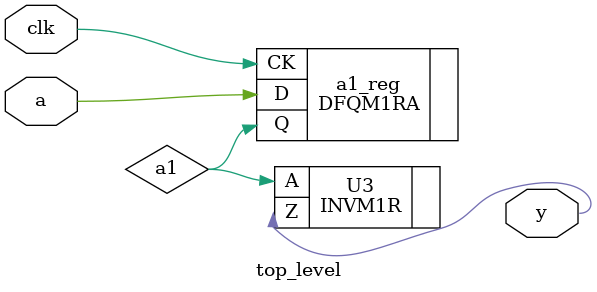
<source format=v>


module top_level ( a, clk, y );
  input a, clk;
  output y;
  wire   a1;

  INVM1R U3 ( .A(a1), .Z(y) );
  DFQM1RA a1_reg ( .D(a), .CK(clk), .Q(a1) );
endmodule


</source>
